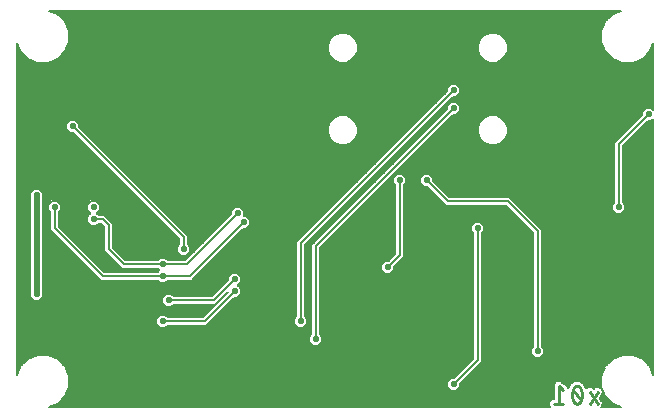
<source format=gbl>
G75*
%MOIN*%
%OFA0B0*%
%FSLAX25Y25*%
%IPPOS*%
%LPD*%
%AMOC8*
5,1,8,0,0,1.08239X$1,22.5*
%
%ADD10C,0.01100*%
%ADD11C,0.00600*%
%ADD12C,0.02200*%
%ADD13C,0.02000*%
D10*
X0243641Y0062550D02*
X0246918Y0062550D01*
X0245280Y0062550D02*
X0245280Y0068450D01*
X0246918Y0067139D01*
X0253072Y0065500D02*
X0253070Y0065362D01*
X0253064Y0065224D01*
X0253054Y0065087D01*
X0253041Y0064950D01*
X0253023Y0064813D01*
X0253002Y0064677D01*
X0252977Y0064541D01*
X0252947Y0064407D01*
X0252915Y0064273D01*
X0252878Y0064140D01*
X0252838Y0064008D01*
X0252793Y0063878D01*
X0252746Y0063748D01*
X0252694Y0063621D01*
X0252639Y0063494D01*
X0252580Y0063369D01*
X0252745Y0063861D02*
X0250122Y0067139D01*
X0250287Y0067630D02*
X0250311Y0067694D01*
X0250338Y0067757D01*
X0250369Y0067818D01*
X0250404Y0067877D01*
X0250441Y0067934D01*
X0250482Y0067989D01*
X0250526Y0068041D01*
X0250573Y0068091D01*
X0250622Y0068138D01*
X0250674Y0068183D01*
X0250729Y0068224D01*
X0250786Y0068262D01*
X0250845Y0068297D01*
X0250905Y0068329D01*
X0250968Y0068357D01*
X0251031Y0068381D01*
X0251097Y0068402D01*
X0251163Y0068419D01*
X0251230Y0068433D01*
X0251297Y0068442D01*
X0251366Y0068448D01*
X0251434Y0068450D01*
X0251502Y0068448D01*
X0251571Y0068442D01*
X0251638Y0068433D01*
X0251705Y0068419D01*
X0251771Y0068402D01*
X0251837Y0068381D01*
X0251900Y0068357D01*
X0251963Y0068329D01*
X0252023Y0068297D01*
X0252082Y0068262D01*
X0252139Y0068224D01*
X0252194Y0068183D01*
X0252246Y0068138D01*
X0252295Y0068091D01*
X0252342Y0068041D01*
X0252386Y0067989D01*
X0252427Y0067934D01*
X0252464Y0067877D01*
X0252499Y0067818D01*
X0252530Y0067757D01*
X0252557Y0067694D01*
X0252581Y0067630D01*
X0250287Y0067631D02*
X0250228Y0067506D01*
X0250173Y0067379D01*
X0250121Y0067252D01*
X0250074Y0067122D01*
X0250029Y0066992D01*
X0249989Y0066860D01*
X0249952Y0066727D01*
X0249920Y0066593D01*
X0249890Y0066459D01*
X0249865Y0066323D01*
X0249844Y0066187D01*
X0249826Y0066050D01*
X0249813Y0065913D01*
X0249803Y0065776D01*
X0249797Y0065638D01*
X0249795Y0065500D01*
X0253072Y0065500D02*
X0253070Y0065638D01*
X0253064Y0065776D01*
X0253054Y0065913D01*
X0253041Y0066050D01*
X0253023Y0066187D01*
X0253002Y0066323D01*
X0252977Y0066459D01*
X0252947Y0066593D01*
X0252915Y0066727D01*
X0252878Y0066860D01*
X0252838Y0066992D01*
X0252793Y0067122D01*
X0252746Y0067252D01*
X0252694Y0067379D01*
X0252639Y0067506D01*
X0252580Y0067631D01*
X0249795Y0065500D02*
X0249797Y0065362D01*
X0249803Y0065224D01*
X0249813Y0065087D01*
X0249826Y0064950D01*
X0249844Y0064813D01*
X0249865Y0064677D01*
X0249890Y0064541D01*
X0249920Y0064407D01*
X0249952Y0064273D01*
X0249989Y0064140D01*
X0250029Y0064008D01*
X0250074Y0063878D01*
X0250121Y0063748D01*
X0250173Y0063621D01*
X0250228Y0063494D01*
X0250287Y0063369D01*
X0251434Y0062550D02*
X0251502Y0062552D01*
X0251571Y0062558D01*
X0251638Y0062567D01*
X0251705Y0062581D01*
X0251771Y0062598D01*
X0251837Y0062619D01*
X0251900Y0062643D01*
X0251963Y0062671D01*
X0252023Y0062703D01*
X0252082Y0062738D01*
X0252139Y0062776D01*
X0252194Y0062817D01*
X0252246Y0062862D01*
X0252295Y0062909D01*
X0252342Y0062959D01*
X0252386Y0063011D01*
X0252427Y0063066D01*
X0252464Y0063123D01*
X0252499Y0063182D01*
X0252530Y0063243D01*
X0252557Y0063306D01*
X0252581Y0063370D01*
X0251434Y0062550D02*
X0251366Y0062552D01*
X0251297Y0062558D01*
X0251230Y0062567D01*
X0251163Y0062581D01*
X0251097Y0062598D01*
X0251031Y0062619D01*
X0250968Y0062643D01*
X0250905Y0062671D01*
X0250845Y0062703D01*
X0250786Y0062738D01*
X0250729Y0062776D01*
X0250674Y0062817D01*
X0250622Y0062862D01*
X0250573Y0062909D01*
X0250526Y0062959D01*
X0250482Y0063011D01*
X0250441Y0063066D01*
X0250404Y0063123D01*
X0250369Y0063182D01*
X0250338Y0063243D01*
X0250311Y0063306D01*
X0250287Y0063370D01*
X0255661Y0062550D02*
X0258283Y0066483D01*
X0255661Y0066483D02*
X0258283Y0062550D01*
D11*
X0078318Y0062540D02*
X0075567Y0061400D01*
X0242457Y0061400D01*
X0241991Y0061867D01*
X0241991Y0063233D01*
X0242957Y0064200D01*
X0243630Y0064200D01*
X0243630Y0068359D01*
X0243564Y0068947D01*
X0243630Y0069029D01*
X0243630Y0069133D01*
X0244048Y0069552D01*
X0244418Y0070014D01*
X0244522Y0070026D01*
X0244596Y0070100D01*
X0245188Y0070100D01*
X0245777Y0070165D01*
X0245858Y0070100D01*
X0245963Y0070100D01*
X0246382Y0069681D01*
X0248483Y0068000D01*
X0248510Y0067753D01*
X0248537Y0067806D01*
X0248558Y0068000D01*
X0248678Y0068096D01*
X0248759Y0068262D01*
X0249023Y0069034D01*
X0249023Y0069034D01*
X0249023Y0069034D01*
X0250516Y0070100D01*
X0252351Y0070100D01*
X0253844Y0069034D01*
X0253844Y0069034D01*
X0254109Y0068262D01*
X0254414Y0067635D01*
X0255315Y0068235D01*
X0256655Y0067967D01*
X0256972Y0067491D01*
X0257290Y0067967D01*
X0258630Y0068235D01*
X0259767Y0067477D01*
X0260035Y0066137D01*
X0258955Y0064517D01*
X0260035Y0062897D01*
X0259767Y0061556D01*
X0259533Y0061400D01*
X0266100Y0061400D01*
X0263349Y0062540D01*
X0263349Y0062540D01*
X0260873Y0065015D01*
X0260873Y0065015D01*
X0259533Y0068250D01*
X0259533Y0071750D01*
X0260873Y0074985D01*
X0260873Y0074985D01*
X0263349Y0077460D01*
X0263349Y0077460D01*
X0266583Y0078800D01*
X0270084Y0078800D01*
X0273318Y0077460D01*
X0273318Y0077460D01*
X0275794Y0074985D01*
X0275794Y0074985D01*
X0276933Y0072233D01*
X0276933Y0157489D01*
X0276245Y0156800D01*
X0275113Y0156800D01*
X0266733Y0148420D01*
X0266733Y0129711D01*
X0267533Y0128911D01*
X0267533Y0127089D01*
X0266245Y0125800D01*
X0264422Y0125800D01*
X0263133Y0127089D01*
X0263133Y0128911D01*
X0263933Y0129711D01*
X0263933Y0149580D01*
X0264753Y0150400D01*
X0273133Y0158780D01*
X0273133Y0159911D01*
X0274422Y0161200D01*
X0276245Y0161200D01*
X0276933Y0160511D01*
X0276933Y0182767D01*
X0275794Y0180015D01*
X0275794Y0180015D01*
X0273318Y0177540D01*
X0273318Y0177540D01*
X0270084Y0176200D01*
X0266583Y0176200D01*
X0263349Y0177540D01*
X0263349Y0177540D01*
X0260873Y0180015D01*
X0260873Y0180015D01*
X0259533Y0183250D01*
X0259533Y0186750D01*
X0260873Y0189985D01*
X0260873Y0189985D01*
X0263349Y0192460D01*
X0266100Y0193600D01*
X0075567Y0193600D01*
X0078318Y0192460D01*
X0078318Y0192460D01*
X0080794Y0189985D01*
X0080794Y0189985D01*
X0082133Y0186750D01*
X0082133Y0183250D01*
X0080794Y0180015D01*
X0080794Y0180015D01*
X0078318Y0177540D01*
X0078318Y0177540D01*
X0075084Y0176200D01*
X0075084Y0176200D01*
X0073955Y0176200D01*
X0071583Y0176200D01*
X0068349Y0177540D01*
X0068349Y0177540D01*
X0065873Y0180015D01*
X0065873Y0180015D01*
X0064733Y0182767D01*
X0064733Y0072233D01*
X0065873Y0074985D01*
X0065873Y0074985D01*
X0068349Y0077460D01*
X0068349Y0077460D01*
X0071583Y0078800D01*
X0075084Y0078800D01*
X0078318Y0077460D01*
X0078318Y0077460D01*
X0080794Y0074985D01*
X0080794Y0074985D01*
X0082133Y0071750D01*
X0082133Y0068250D01*
X0080794Y0065015D01*
X0080794Y0065015D01*
X0078318Y0062540D01*
X0078318Y0062540D01*
X0077966Y0062394D02*
X0241991Y0062394D01*
X0241991Y0062993D02*
X0078771Y0062993D01*
X0079369Y0063591D02*
X0242348Y0063591D01*
X0242947Y0064190D02*
X0079968Y0064190D01*
X0080566Y0064788D02*
X0243630Y0064788D01*
X0243630Y0065387D02*
X0080947Y0065387D01*
X0081195Y0065985D02*
X0243630Y0065985D01*
X0243630Y0066584D02*
X0081443Y0066584D01*
X0081691Y0067182D02*
X0209040Y0067182D01*
X0209422Y0066800D02*
X0211245Y0066800D01*
X0212533Y0068089D01*
X0212533Y0069220D01*
X0218913Y0075600D01*
X0218913Y0075600D01*
X0219733Y0076420D01*
X0219733Y0119289D01*
X0220533Y0120089D01*
X0220533Y0121911D01*
X0219245Y0123200D01*
X0217422Y0123200D01*
X0216133Y0121911D01*
X0216133Y0120089D01*
X0216933Y0119289D01*
X0216933Y0077580D01*
X0210553Y0071200D01*
X0209422Y0071200D01*
X0208133Y0069911D01*
X0208133Y0068089D01*
X0209422Y0066800D01*
X0208441Y0067781D02*
X0081939Y0067781D01*
X0082133Y0068379D02*
X0208133Y0068379D01*
X0208133Y0068978D02*
X0082133Y0068978D01*
X0082133Y0069576D02*
X0208133Y0069576D01*
X0208397Y0070175D02*
X0082133Y0070175D01*
X0082133Y0070773D02*
X0208995Y0070773D01*
X0210725Y0071372D02*
X0082133Y0071372D01*
X0082042Y0071970D02*
X0211324Y0071970D01*
X0211922Y0072569D02*
X0081794Y0072569D01*
X0081546Y0073167D02*
X0212521Y0073167D01*
X0213119Y0073766D02*
X0081299Y0073766D01*
X0081051Y0074364D02*
X0213718Y0074364D01*
X0214316Y0074963D02*
X0080803Y0074963D01*
X0080217Y0075561D02*
X0214915Y0075561D01*
X0215513Y0076160D02*
X0079619Y0076160D01*
X0079020Y0076758D02*
X0216112Y0076758D01*
X0216710Y0077357D02*
X0078422Y0077357D01*
X0077123Y0077955D02*
X0216933Y0077955D01*
X0216933Y0078554D02*
X0075678Y0078554D01*
X0070989Y0078554D02*
X0064733Y0078554D01*
X0064733Y0079152D02*
X0216933Y0079152D01*
X0216933Y0079751D02*
X0064733Y0079751D01*
X0064733Y0080349D02*
X0216933Y0080349D01*
X0216933Y0080948D02*
X0064733Y0080948D01*
X0064733Y0081546D02*
X0216933Y0081546D01*
X0216933Y0082145D02*
X0165590Y0082145D01*
X0165245Y0081800D02*
X0166533Y0083089D01*
X0166533Y0084911D01*
X0165733Y0085711D01*
X0165733Y0114420D01*
X0210113Y0158800D01*
X0211245Y0158800D01*
X0212533Y0160089D01*
X0212533Y0161911D01*
X0211245Y0163200D01*
X0209422Y0163200D01*
X0208133Y0161911D01*
X0208133Y0160780D01*
X0163753Y0116400D01*
X0162933Y0115580D01*
X0162933Y0085711D01*
X0162133Y0084911D01*
X0162133Y0083089D01*
X0163422Y0081800D01*
X0165245Y0081800D01*
X0166188Y0082743D02*
X0216933Y0082743D01*
X0216933Y0083342D02*
X0166533Y0083342D01*
X0166533Y0083940D02*
X0216933Y0083940D01*
X0216933Y0084539D02*
X0166533Y0084539D01*
X0166307Y0085137D02*
X0216933Y0085137D01*
X0216933Y0085736D02*
X0165733Y0085736D01*
X0165733Y0086334D02*
X0216933Y0086334D01*
X0216933Y0086933D02*
X0165733Y0086933D01*
X0165733Y0087532D02*
X0216933Y0087532D01*
X0216933Y0088130D02*
X0165733Y0088130D01*
X0165733Y0088729D02*
X0216933Y0088729D01*
X0216933Y0089327D02*
X0165733Y0089327D01*
X0165733Y0089926D02*
X0216933Y0089926D01*
X0216933Y0090524D02*
X0165733Y0090524D01*
X0165733Y0091123D02*
X0216933Y0091123D01*
X0216933Y0091721D02*
X0165733Y0091721D01*
X0165733Y0092320D02*
X0216933Y0092320D01*
X0216933Y0092918D02*
X0165733Y0092918D01*
X0165733Y0093517D02*
X0216933Y0093517D01*
X0216933Y0094115D02*
X0165733Y0094115D01*
X0165733Y0094714D02*
X0216933Y0094714D01*
X0216933Y0095312D02*
X0165733Y0095312D01*
X0165733Y0095911D02*
X0216933Y0095911D01*
X0216933Y0096509D02*
X0165733Y0096509D01*
X0165733Y0097108D02*
X0216933Y0097108D01*
X0216933Y0097706D02*
X0165733Y0097706D01*
X0165733Y0098305D02*
X0216933Y0098305D01*
X0216933Y0098903D02*
X0165733Y0098903D01*
X0165733Y0099502D02*
X0216933Y0099502D01*
X0216933Y0100100D02*
X0165733Y0100100D01*
X0165733Y0100699D02*
X0216933Y0100699D01*
X0216933Y0101297D02*
X0165733Y0101297D01*
X0165733Y0101896D02*
X0216933Y0101896D01*
X0216933Y0102494D02*
X0165733Y0102494D01*
X0165733Y0103093D02*
X0216933Y0103093D01*
X0216933Y0103691D02*
X0165733Y0103691D01*
X0165733Y0104290D02*
X0216933Y0104290D01*
X0216933Y0104888D02*
X0165733Y0104888D01*
X0165733Y0105487D02*
X0216933Y0105487D01*
X0216933Y0106085D02*
X0189530Y0106085D01*
X0189245Y0105800D02*
X0190533Y0107089D01*
X0190533Y0108220D01*
X0193733Y0111420D01*
X0193733Y0135289D01*
X0194533Y0136089D01*
X0194533Y0137911D01*
X0193245Y0139200D01*
X0191422Y0139200D01*
X0190133Y0137911D01*
X0190133Y0136089D01*
X0190933Y0135289D01*
X0190933Y0112580D01*
X0188553Y0110200D01*
X0187422Y0110200D01*
X0186133Y0108911D01*
X0186133Y0107089D01*
X0187422Y0105800D01*
X0189245Y0105800D01*
X0190128Y0106684D02*
X0216933Y0106684D01*
X0216933Y0107282D02*
X0190533Y0107282D01*
X0190533Y0107881D02*
X0216933Y0107881D01*
X0216933Y0108479D02*
X0190793Y0108479D01*
X0191391Y0109078D02*
X0216933Y0109078D01*
X0216933Y0109676D02*
X0191990Y0109676D01*
X0192588Y0110275D02*
X0216933Y0110275D01*
X0216933Y0110873D02*
X0193187Y0110873D01*
X0193733Y0111472D02*
X0216933Y0111472D01*
X0216933Y0112070D02*
X0193733Y0112070D01*
X0193733Y0112669D02*
X0216933Y0112669D01*
X0216933Y0113268D02*
X0193733Y0113268D01*
X0193733Y0113866D02*
X0216933Y0113866D01*
X0216933Y0114465D02*
X0193733Y0114465D01*
X0193733Y0115063D02*
X0216933Y0115063D01*
X0216933Y0115662D02*
X0193733Y0115662D01*
X0193733Y0116260D02*
X0216933Y0116260D01*
X0216933Y0116859D02*
X0193733Y0116859D01*
X0193733Y0117457D02*
X0216933Y0117457D01*
X0216933Y0118056D02*
X0193733Y0118056D01*
X0193733Y0118654D02*
X0216933Y0118654D01*
X0216933Y0119253D02*
X0193733Y0119253D01*
X0193733Y0119851D02*
X0216371Y0119851D01*
X0216133Y0120450D02*
X0193733Y0120450D01*
X0193733Y0121048D02*
X0216133Y0121048D01*
X0216133Y0121647D02*
X0193733Y0121647D01*
X0193733Y0122245D02*
X0216467Y0122245D01*
X0217066Y0122844D02*
X0193733Y0122844D01*
X0193733Y0123442D02*
X0232911Y0123442D01*
X0232313Y0124041D02*
X0193733Y0124041D01*
X0193733Y0124639D02*
X0231714Y0124639D01*
X0231116Y0125238D02*
X0193733Y0125238D01*
X0193733Y0125836D02*
X0230517Y0125836D01*
X0229919Y0126435D02*
X0193733Y0126435D01*
X0193733Y0127033D02*
X0229320Y0127033D01*
X0228722Y0127632D02*
X0193733Y0127632D01*
X0193733Y0128230D02*
X0228123Y0128230D01*
X0227753Y0128600D02*
X0236933Y0119420D01*
X0236933Y0081711D01*
X0236133Y0080911D01*
X0236133Y0079089D01*
X0237422Y0077800D01*
X0239245Y0077800D01*
X0240533Y0079089D01*
X0240533Y0080911D01*
X0239733Y0081711D01*
X0239733Y0120580D01*
X0238913Y0121400D01*
X0228913Y0131400D01*
X0208913Y0131400D01*
X0203533Y0136780D01*
X0203533Y0137911D01*
X0202245Y0139200D01*
X0200422Y0139200D01*
X0199133Y0137911D01*
X0199133Y0136089D01*
X0200422Y0134800D01*
X0201553Y0134800D01*
X0206933Y0129420D01*
X0207753Y0128600D01*
X0227753Y0128600D01*
X0228333Y0130000D02*
X0238333Y0120000D01*
X0238333Y0080000D01*
X0236768Y0081546D02*
X0219733Y0081546D01*
X0219733Y0080948D02*
X0236170Y0080948D01*
X0236133Y0080349D02*
X0219733Y0080349D01*
X0219733Y0079751D02*
X0236133Y0079751D01*
X0236133Y0079152D02*
X0219733Y0079152D01*
X0219733Y0078554D02*
X0236668Y0078554D01*
X0237267Y0077955D02*
X0219733Y0077955D01*
X0219733Y0077357D02*
X0263245Y0077357D01*
X0262647Y0076758D02*
X0219733Y0076758D01*
X0219473Y0076160D02*
X0262048Y0076160D01*
X0261450Y0075561D02*
X0218875Y0075561D01*
X0218276Y0074963D02*
X0260864Y0074963D01*
X0260616Y0074364D02*
X0217677Y0074364D01*
X0217079Y0073766D02*
X0260368Y0073766D01*
X0260120Y0073167D02*
X0216480Y0073167D01*
X0215882Y0072569D02*
X0259872Y0072569D01*
X0259624Y0071970D02*
X0215283Y0071970D01*
X0214685Y0071372D02*
X0259533Y0071372D01*
X0259533Y0070773D02*
X0214086Y0070773D01*
X0213488Y0070175D02*
X0259533Y0070175D01*
X0259533Y0069576D02*
X0253084Y0069576D01*
X0253863Y0068978D02*
X0259533Y0068978D01*
X0259533Y0068379D02*
X0254068Y0068379D01*
X0254343Y0067781D02*
X0254633Y0067781D01*
X0256779Y0067781D02*
X0257165Y0067781D01*
X0259312Y0067781D02*
X0259728Y0067781D01*
X0259826Y0067182D02*
X0259975Y0067182D01*
X0259946Y0066584D02*
X0260223Y0066584D01*
X0260471Y0065985D02*
X0259934Y0065985D01*
X0259535Y0065387D02*
X0260719Y0065387D01*
X0261100Y0064788D02*
X0259136Y0064788D01*
X0259173Y0064190D02*
X0261699Y0064190D01*
X0262297Y0063591D02*
X0259572Y0063591D01*
X0259971Y0062993D02*
X0262896Y0062993D01*
X0263700Y0062394D02*
X0259935Y0062394D01*
X0259815Y0061796D02*
X0265145Y0061796D01*
X0249783Y0069576D02*
X0246513Y0069576D01*
X0247261Y0068978D02*
X0249004Y0068978D01*
X0248799Y0068379D02*
X0248009Y0068379D01*
X0248507Y0067781D02*
X0248524Y0067781D01*
X0244068Y0069576D02*
X0212889Y0069576D01*
X0212533Y0068978D02*
X0243589Y0068978D01*
X0243627Y0068379D02*
X0212533Y0068379D01*
X0212225Y0067781D02*
X0243630Y0067781D01*
X0243630Y0067182D02*
X0211627Y0067182D01*
X0210333Y0069000D02*
X0218333Y0077000D01*
X0218333Y0121000D01*
X0220533Y0121048D02*
X0235305Y0121048D01*
X0234707Y0121647D02*
X0220533Y0121647D01*
X0220199Y0122245D02*
X0234108Y0122245D01*
X0233510Y0122844D02*
X0219601Y0122844D01*
X0220533Y0120450D02*
X0235904Y0120450D01*
X0236502Y0119851D02*
X0220296Y0119851D01*
X0219733Y0119253D02*
X0236933Y0119253D01*
X0236933Y0118654D02*
X0219733Y0118654D01*
X0219733Y0118056D02*
X0236933Y0118056D01*
X0236933Y0117457D02*
X0219733Y0117457D01*
X0219733Y0116859D02*
X0236933Y0116859D01*
X0236933Y0116260D02*
X0219733Y0116260D01*
X0219733Y0115662D02*
X0236933Y0115662D01*
X0236933Y0115063D02*
X0219733Y0115063D01*
X0219733Y0114465D02*
X0236933Y0114465D01*
X0236933Y0113866D02*
X0219733Y0113866D01*
X0219733Y0113268D02*
X0236933Y0113268D01*
X0236933Y0112669D02*
X0219733Y0112669D01*
X0219733Y0112070D02*
X0236933Y0112070D01*
X0236933Y0111472D02*
X0219733Y0111472D01*
X0219733Y0110873D02*
X0236933Y0110873D01*
X0236933Y0110275D02*
X0219733Y0110275D01*
X0219733Y0109676D02*
X0236933Y0109676D01*
X0236933Y0109078D02*
X0219733Y0109078D01*
X0219733Y0108479D02*
X0236933Y0108479D01*
X0236933Y0107881D02*
X0219733Y0107881D01*
X0219733Y0107282D02*
X0236933Y0107282D01*
X0236933Y0106684D02*
X0219733Y0106684D01*
X0219733Y0106085D02*
X0236933Y0106085D01*
X0236933Y0105487D02*
X0219733Y0105487D01*
X0219733Y0104888D02*
X0236933Y0104888D01*
X0236933Y0104290D02*
X0219733Y0104290D01*
X0219733Y0103691D02*
X0236933Y0103691D01*
X0236933Y0103093D02*
X0219733Y0103093D01*
X0219733Y0102494D02*
X0236933Y0102494D01*
X0236933Y0101896D02*
X0219733Y0101896D01*
X0219733Y0101297D02*
X0236933Y0101297D01*
X0236933Y0100699D02*
X0219733Y0100699D01*
X0219733Y0100100D02*
X0236933Y0100100D01*
X0236933Y0099502D02*
X0219733Y0099502D01*
X0219733Y0098903D02*
X0236933Y0098903D01*
X0236933Y0098305D02*
X0219733Y0098305D01*
X0219733Y0097706D02*
X0236933Y0097706D01*
X0236933Y0097108D02*
X0219733Y0097108D01*
X0219733Y0096509D02*
X0236933Y0096509D01*
X0236933Y0095911D02*
X0219733Y0095911D01*
X0219733Y0095312D02*
X0236933Y0095312D01*
X0236933Y0094714D02*
X0219733Y0094714D01*
X0219733Y0094115D02*
X0236933Y0094115D01*
X0236933Y0093517D02*
X0219733Y0093517D01*
X0219733Y0092918D02*
X0236933Y0092918D01*
X0236933Y0092320D02*
X0219733Y0092320D01*
X0219733Y0091721D02*
X0236933Y0091721D01*
X0236933Y0091123D02*
X0219733Y0091123D01*
X0219733Y0090524D02*
X0236933Y0090524D01*
X0236933Y0089926D02*
X0219733Y0089926D01*
X0219733Y0089327D02*
X0236933Y0089327D01*
X0236933Y0088729D02*
X0219733Y0088729D01*
X0219733Y0088130D02*
X0236933Y0088130D01*
X0236933Y0087532D02*
X0219733Y0087532D01*
X0219733Y0086933D02*
X0236933Y0086933D01*
X0236933Y0086334D02*
X0219733Y0086334D01*
X0219733Y0085736D02*
X0236933Y0085736D01*
X0236933Y0085137D02*
X0219733Y0085137D01*
X0219733Y0084539D02*
X0236933Y0084539D01*
X0236933Y0083940D02*
X0219733Y0083940D01*
X0219733Y0083342D02*
X0236933Y0083342D01*
X0236933Y0082743D02*
X0219733Y0082743D01*
X0219733Y0082145D02*
X0236933Y0082145D01*
X0239733Y0082145D02*
X0276933Y0082145D01*
X0276933Y0082743D02*
X0239733Y0082743D01*
X0239733Y0083342D02*
X0276933Y0083342D01*
X0276933Y0083940D02*
X0239733Y0083940D01*
X0239733Y0084539D02*
X0276933Y0084539D01*
X0276933Y0085137D02*
X0239733Y0085137D01*
X0239733Y0085736D02*
X0276933Y0085736D01*
X0276933Y0086334D02*
X0239733Y0086334D01*
X0239733Y0086933D02*
X0276933Y0086933D01*
X0276933Y0087532D02*
X0239733Y0087532D01*
X0239733Y0088130D02*
X0276933Y0088130D01*
X0276933Y0088729D02*
X0239733Y0088729D01*
X0239733Y0089327D02*
X0276933Y0089327D01*
X0276933Y0089926D02*
X0239733Y0089926D01*
X0239733Y0090524D02*
X0276933Y0090524D01*
X0276933Y0091123D02*
X0239733Y0091123D01*
X0239733Y0091721D02*
X0276933Y0091721D01*
X0276933Y0092320D02*
X0239733Y0092320D01*
X0239733Y0092918D02*
X0276933Y0092918D01*
X0276933Y0093517D02*
X0239733Y0093517D01*
X0239733Y0094115D02*
X0276933Y0094115D01*
X0276933Y0094714D02*
X0239733Y0094714D01*
X0239733Y0095312D02*
X0276933Y0095312D01*
X0276933Y0095911D02*
X0239733Y0095911D01*
X0239733Y0096509D02*
X0276933Y0096509D01*
X0276933Y0097108D02*
X0239733Y0097108D01*
X0239733Y0097706D02*
X0276933Y0097706D01*
X0276933Y0098305D02*
X0239733Y0098305D01*
X0239733Y0098903D02*
X0276933Y0098903D01*
X0276933Y0099502D02*
X0239733Y0099502D01*
X0239733Y0100100D02*
X0276933Y0100100D01*
X0276933Y0100699D02*
X0239733Y0100699D01*
X0239733Y0101297D02*
X0276933Y0101297D01*
X0276933Y0101896D02*
X0239733Y0101896D01*
X0239733Y0102494D02*
X0276933Y0102494D01*
X0276933Y0103093D02*
X0239733Y0103093D01*
X0239733Y0103691D02*
X0276933Y0103691D01*
X0276933Y0104290D02*
X0239733Y0104290D01*
X0239733Y0104888D02*
X0276933Y0104888D01*
X0276933Y0105487D02*
X0239733Y0105487D01*
X0239733Y0106085D02*
X0276933Y0106085D01*
X0276933Y0106684D02*
X0239733Y0106684D01*
X0239733Y0107282D02*
X0276933Y0107282D01*
X0276933Y0107881D02*
X0239733Y0107881D01*
X0239733Y0108479D02*
X0276933Y0108479D01*
X0276933Y0109078D02*
X0239733Y0109078D01*
X0239733Y0109676D02*
X0276933Y0109676D01*
X0276933Y0110275D02*
X0239733Y0110275D01*
X0239733Y0110873D02*
X0276933Y0110873D01*
X0276933Y0111472D02*
X0239733Y0111472D01*
X0239733Y0112070D02*
X0276933Y0112070D01*
X0276933Y0112669D02*
X0239733Y0112669D01*
X0239733Y0113268D02*
X0276933Y0113268D01*
X0276933Y0113866D02*
X0239733Y0113866D01*
X0239733Y0114465D02*
X0276933Y0114465D01*
X0276933Y0115063D02*
X0239733Y0115063D01*
X0239733Y0115662D02*
X0276933Y0115662D01*
X0276933Y0116260D02*
X0239733Y0116260D01*
X0239733Y0116859D02*
X0276933Y0116859D01*
X0276933Y0117457D02*
X0239733Y0117457D01*
X0239733Y0118056D02*
X0276933Y0118056D01*
X0276933Y0118654D02*
X0239733Y0118654D01*
X0239733Y0119253D02*
X0276933Y0119253D01*
X0276933Y0119851D02*
X0239733Y0119851D01*
X0239733Y0120450D02*
X0276933Y0120450D01*
X0276933Y0121048D02*
X0239265Y0121048D01*
X0238667Y0121647D02*
X0276933Y0121647D01*
X0276933Y0122245D02*
X0238068Y0122245D01*
X0237470Y0122844D02*
X0276933Y0122844D01*
X0276933Y0123442D02*
X0236871Y0123442D01*
X0236273Y0124041D02*
X0276933Y0124041D01*
X0276933Y0124639D02*
X0235674Y0124639D01*
X0235075Y0125238D02*
X0276933Y0125238D01*
X0276933Y0125836D02*
X0266281Y0125836D01*
X0266879Y0126435D02*
X0276933Y0126435D01*
X0276933Y0127033D02*
X0267478Y0127033D01*
X0267533Y0127632D02*
X0276933Y0127632D01*
X0276933Y0128230D02*
X0267533Y0128230D01*
X0267533Y0128829D02*
X0276933Y0128829D01*
X0276933Y0129427D02*
X0267017Y0129427D01*
X0266733Y0130026D02*
X0276933Y0130026D01*
X0276933Y0130624D02*
X0266733Y0130624D01*
X0266733Y0131223D02*
X0276933Y0131223D01*
X0276933Y0131821D02*
X0266733Y0131821D01*
X0266733Y0132420D02*
X0276933Y0132420D01*
X0276933Y0133018D02*
X0266733Y0133018D01*
X0266733Y0133617D02*
X0276933Y0133617D01*
X0276933Y0134215D02*
X0266733Y0134215D01*
X0266733Y0134814D02*
X0276933Y0134814D01*
X0276933Y0135412D02*
X0266733Y0135412D01*
X0266733Y0136011D02*
X0276933Y0136011D01*
X0276933Y0136609D02*
X0266733Y0136609D01*
X0266733Y0137208D02*
X0276933Y0137208D01*
X0276933Y0137806D02*
X0266733Y0137806D01*
X0266733Y0138405D02*
X0276933Y0138405D01*
X0276933Y0139003D02*
X0266733Y0139003D01*
X0266733Y0139602D02*
X0276933Y0139602D01*
X0276933Y0140201D02*
X0266733Y0140201D01*
X0266733Y0140799D02*
X0276933Y0140799D01*
X0276933Y0141398D02*
X0266733Y0141398D01*
X0266733Y0141996D02*
X0276933Y0141996D01*
X0276933Y0142595D02*
X0266733Y0142595D01*
X0266733Y0143193D02*
X0276933Y0143193D01*
X0276933Y0143792D02*
X0266733Y0143792D01*
X0266733Y0144390D02*
X0276933Y0144390D01*
X0276933Y0144989D02*
X0266733Y0144989D01*
X0266733Y0145587D02*
X0276933Y0145587D01*
X0276933Y0146186D02*
X0266733Y0146186D01*
X0266733Y0146784D02*
X0276933Y0146784D01*
X0276933Y0147383D02*
X0266733Y0147383D01*
X0266733Y0147981D02*
X0276933Y0147981D01*
X0276933Y0148580D02*
X0266893Y0148580D01*
X0267491Y0149178D02*
X0276933Y0149178D01*
X0276933Y0149777D02*
X0268090Y0149777D01*
X0268688Y0150375D02*
X0276933Y0150375D01*
X0276933Y0150974D02*
X0269287Y0150974D01*
X0269885Y0151572D02*
X0276933Y0151572D01*
X0276933Y0152171D02*
X0270484Y0152171D01*
X0271082Y0152769D02*
X0276933Y0152769D01*
X0276933Y0153368D02*
X0271681Y0153368D01*
X0272280Y0153966D02*
X0276933Y0153966D01*
X0276933Y0154565D02*
X0272878Y0154565D01*
X0273477Y0155163D02*
X0276933Y0155163D01*
X0276933Y0155762D02*
X0274075Y0155762D01*
X0274674Y0156360D02*
X0276933Y0156360D01*
X0276933Y0156959D02*
X0276403Y0156959D01*
X0275333Y0159000D02*
X0265333Y0149000D01*
X0265333Y0128000D01*
X0263787Y0126435D02*
X0233878Y0126435D01*
X0233280Y0127033D02*
X0263189Y0127033D01*
X0263133Y0127632D02*
X0232681Y0127632D01*
X0232083Y0128230D02*
X0263133Y0128230D01*
X0263133Y0128829D02*
X0231484Y0128829D01*
X0230886Y0129427D02*
X0263649Y0129427D01*
X0263933Y0130026D02*
X0230287Y0130026D01*
X0229689Y0130624D02*
X0263933Y0130624D01*
X0263933Y0131223D02*
X0229090Y0131223D01*
X0228333Y0130000D02*
X0208333Y0130000D01*
X0201333Y0137000D01*
X0199810Y0135412D02*
X0193857Y0135412D01*
X0193733Y0134814D02*
X0200408Y0134814D01*
X0199211Y0136011D02*
X0194456Y0136011D01*
X0194533Y0136609D02*
X0199133Y0136609D01*
X0199133Y0137208D02*
X0194533Y0137208D01*
X0194533Y0137806D02*
X0199133Y0137806D01*
X0199627Y0138405D02*
X0194040Y0138405D01*
X0193441Y0139003D02*
X0200226Y0139003D01*
X0202441Y0139003D02*
X0263933Y0139003D01*
X0263933Y0138405D02*
X0203040Y0138405D01*
X0203533Y0137806D02*
X0263933Y0137806D01*
X0263933Y0137208D02*
X0203533Y0137208D01*
X0203704Y0136609D02*
X0263933Y0136609D01*
X0263933Y0136011D02*
X0204302Y0136011D01*
X0204901Y0135412D02*
X0263933Y0135412D01*
X0263933Y0134814D02*
X0205499Y0134814D01*
X0206098Y0134215D02*
X0263933Y0134215D01*
X0263933Y0133617D02*
X0206696Y0133617D01*
X0207295Y0133018D02*
X0263933Y0133018D01*
X0263933Y0132420D02*
X0207893Y0132420D01*
X0208492Y0131821D02*
X0263933Y0131821D01*
X0264386Y0125836D02*
X0234477Y0125836D01*
X0207525Y0128829D02*
X0193733Y0128829D01*
X0193733Y0129427D02*
X0206926Y0129427D01*
X0206328Y0130026D02*
X0193733Y0130026D01*
X0193733Y0130624D02*
X0205729Y0130624D01*
X0205131Y0131223D02*
X0193733Y0131223D01*
X0193733Y0131821D02*
X0204532Y0131821D01*
X0203934Y0132420D02*
X0193733Y0132420D01*
X0193733Y0133018D02*
X0203335Y0133018D01*
X0202737Y0133617D02*
X0193733Y0133617D01*
X0193733Y0134215D02*
X0202138Y0134215D01*
X0192333Y0137000D02*
X0192333Y0112000D01*
X0188333Y0108000D01*
X0186133Y0107881D02*
X0165733Y0107881D01*
X0165733Y0108479D02*
X0186133Y0108479D01*
X0186300Y0109078D02*
X0165733Y0109078D01*
X0165733Y0109676D02*
X0186898Y0109676D01*
X0188628Y0110275D02*
X0165733Y0110275D01*
X0165733Y0110873D02*
X0189227Y0110873D01*
X0189825Y0111472D02*
X0165733Y0111472D01*
X0165733Y0112070D02*
X0190424Y0112070D01*
X0190933Y0112669D02*
X0165733Y0112669D01*
X0165733Y0113268D02*
X0190933Y0113268D01*
X0190933Y0113866D02*
X0165733Y0113866D01*
X0165778Y0114465D02*
X0190933Y0114465D01*
X0190933Y0115063D02*
X0166376Y0115063D01*
X0166975Y0115662D02*
X0190933Y0115662D01*
X0190933Y0116260D02*
X0167573Y0116260D01*
X0168172Y0116859D02*
X0190933Y0116859D01*
X0190933Y0117457D02*
X0168770Y0117457D01*
X0169369Y0118056D02*
X0190933Y0118056D01*
X0190933Y0118654D02*
X0169967Y0118654D01*
X0170566Y0119253D02*
X0190933Y0119253D01*
X0190933Y0119851D02*
X0171164Y0119851D01*
X0171763Y0120450D02*
X0190933Y0120450D01*
X0190933Y0121048D02*
X0172361Y0121048D01*
X0172960Y0121647D02*
X0190933Y0121647D01*
X0190933Y0122245D02*
X0173558Y0122245D01*
X0174157Y0122844D02*
X0190933Y0122844D01*
X0190933Y0123442D02*
X0174755Y0123442D01*
X0175354Y0124041D02*
X0190933Y0124041D01*
X0190933Y0124639D02*
X0175952Y0124639D01*
X0176551Y0125238D02*
X0190933Y0125238D01*
X0190933Y0125836D02*
X0177149Y0125836D01*
X0177748Y0126435D02*
X0190933Y0126435D01*
X0190933Y0127033D02*
X0178346Y0127033D01*
X0178945Y0127632D02*
X0190933Y0127632D01*
X0190933Y0128230D02*
X0179544Y0128230D01*
X0180142Y0128829D02*
X0190933Y0128829D01*
X0190933Y0129427D02*
X0180741Y0129427D01*
X0181339Y0130026D02*
X0190933Y0130026D01*
X0190933Y0130624D02*
X0181938Y0130624D01*
X0182536Y0131223D02*
X0190933Y0131223D01*
X0190933Y0131821D02*
X0183135Y0131821D01*
X0183733Y0132420D02*
X0190933Y0132420D01*
X0190933Y0133018D02*
X0184332Y0133018D01*
X0184930Y0133617D02*
X0190933Y0133617D01*
X0190933Y0134215D02*
X0185529Y0134215D01*
X0186127Y0134814D02*
X0190933Y0134814D01*
X0190810Y0135412D02*
X0186726Y0135412D01*
X0187324Y0136011D02*
X0190211Y0136011D01*
X0190133Y0136609D02*
X0187923Y0136609D01*
X0188521Y0137208D02*
X0190133Y0137208D01*
X0190133Y0137806D02*
X0189120Y0137806D01*
X0189718Y0138405D02*
X0190627Y0138405D01*
X0190317Y0139003D02*
X0191226Y0139003D01*
X0190915Y0139602D02*
X0263933Y0139602D01*
X0263933Y0140201D02*
X0191514Y0140201D01*
X0192112Y0140799D02*
X0263933Y0140799D01*
X0263933Y0141398D02*
X0192711Y0141398D01*
X0193309Y0141996D02*
X0263933Y0141996D01*
X0263933Y0142595D02*
X0193908Y0142595D01*
X0194506Y0143193D02*
X0263933Y0143193D01*
X0263933Y0143792D02*
X0195105Y0143792D01*
X0195703Y0144390D02*
X0263933Y0144390D01*
X0263933Y0144989D02*
X0196302Y0144989D01*
X0196900Y0145587D02*
X0263933Y0145587D01*
X0263933Y0146186D02*
X0197499Y0146186D01*
X0198097Y0146784D02*
X0263933Y0146784D01*
X0263933Y0147383D02*
X0198696Y0147383D01*
X0199294Y0147981D02*
X0263933Y0147981D01*
X0263933Y0148580D02*
X0199893Y0148580D01*
X0200491Y0149178D02*
X0220994Y0149178D01*
X0220480Y0149391D02*
X0222331Y0148624D01*
X0224335Y0148624D01*
X0226187Y0149391D01*
X0227603Y0150808D01*
X0228370Y0152659D01*
X0228370Y0154663D01*
X0227603Y0156515D01*
X0226187Y0157932D01*
X0224335Y0158698D01*
X0222331Y0158698D01*
X0220480Y0157932D01*
X0219063Y0156515D01*
X0218296Y0154663D01*
X0218296Y0152659D01*
X0219063Y0150808D01*
X0220480Y0149391D01*
X0220095Y0149777D02*
X0201090Y0149777D01*
X0201688Y0150375D02*
X0219496Y0150375D01*
X0218995Y0150974D02*
X0202287Y0150974D01*
X0202885Y0151572D02*
X0218747Y0151572D01*
X0218499Y0152171D02*
X0203484Y0152171D01*
X0204082Y0152769D02*
X0218296Y0152769D01*
X0218296Y0153368D02*
X0204681Y0153368D01*
X0205280Y0153966D02*
X0218296Y0153966D01*
X0218296Y0154565D02*
X0205878Y0154565D01*
X0206477Y0155163D02*
X0218503Y0155163D01*
X0218751Y0155762D02*
X0207075Y0155762D01*
X0207674Y0156360D02*
X0218999Y0156360D01*
X0219507Y0156959D02*
X0208272Y0156959D01*
X0208871Y0157557D02*
X0220106Y0157557D01*
X0221022Y0158156D02*
X0209469Y0158156D01*
X0210068Y0158754D02*
X0273108Y0158754D01*
X0273133Y0159353D02*
X0211797Y0159353D01*
X0212396Y0159951D02*
X0273173Y0159951D01*
X0273772Y0160550D02*
X0212533Y0160550D01*
X0212533Y0161148D02*
X0274370Y0161148D01*
X0276296Y0161148D02*
X0276933Y0161148D01*
X0276933Y0160550D02*
X0276895Y0160550D01*
X0276933Y0161747D02*
X0212533Y0161747D01*
X0212099Y0162345D02*
X0276933Y0162345D01*
X0276933Y0162944D02*
X0211501Y0162944D01*
X0211245Y0164800D02*
X0212533Y0166089D01*
X0212533Y0167911D01*
X0211245Y0169200D01*
X0209422Y0169200D01*
X0208133Y0167911D01*
X0208133Y0166780D01*
X0158753Y0117400D01*
X0157933Y0116580D01*
X0157933Y0091711D01*
X0157133Y0090911D01*
X0157133Y0089089D01*
X0158422Y0087800D01*
X0160245Y0087800D01*
X0161533Y0089089D01*
X0161533Y0090911D01*
X0160733Y0091711D01*
X0160733Y0115420D01*
X0210113Y0164800D01*
X0211245Y0164800D01*
X0211783Y0165338D02*
X0276933Y0165338D01*
X0276933Y0165937D02*
X0212381Y0165937D01*
X0212533Y0166535D02*
X0276933Y0166535D01*
X0276933Y0167134D02*
X0212533Y0167134D01*
X0212533Y0167732D02*
X0276933Y0167732D01*
X0276933Y0168331D02*
X0212114Y0168331D01*
X0211516Y0168929D02*
X0276933Y0168929D01*
X0276933Y0169528D02*
X0064733Y0169528D01*
X0064733Y0170126D02*
X0276933Y0170126D01*
X0276933Y0170725D02*
X0064733Y0170725D01*
X0064733Y0171323D02*
X0276933Y0171323D01*
X0276933Y0171922D02*
X0064733Y0171922D01*
X0064733Y0172520D02*
X0276933Y0172520D01*
X0276933Y0173119D02*
X0064733Y0173119D01*
X0064733Y0173717D02*
X0276933Y0173717D01*
X0276933Y0174316D02*
X0064733Y0174316D01*
X0064733Y0174914D02*
X0276933Y0174914D01*
X0276933Y0175513D02*
X0064733Y0175513D01*
X0064733Y0176111D02*
X0276933Y0176111D01*
X0276933Y0176710D02*
X0271314Y0176710D01*
X0272759Y0177308D02*
X0276933Y0177308D01*
X0276933Y0177907D02*
X0273685Y0177907D01*
X0274284Y0178505D02*
X0276933Y0178505D01*
X0276933Y0179104D02*
X0274882Y0179104D01*
X0275481Y0179702D02*
X0276933Y0179702D01*
X0276933Y0180301D02*
X0275912Y0180301D01*
X0276160Y0180899D02*
X0276933Y0180899D01*
X0276933Y0181498D02*
X0276408Y0181498D01*
X0276656Y0182096D02*
X0276933Y0182096D01*
X0276904Y0182695D02*
X0276933Y0182695D01*
X0265352Y0176710D02*
X0225606Y0176710D01*
X0226187Y0176950D02*
X0224335Y0176183D01*
X0222331Y0176183D01*
X0220480Y0176950D01*
X0219063Y0178367D01*
X0218296Y0180219D01*
X0218296Y0182222D01*
X0219063Y0184074D01*
X0220480Y0185491D01*
X0222331Y0186257D01*
X0224335Y0186257D01*
X0226187Y0185491D01*
X0227603Y0184074D01*
X0228370Y0182222D01*
X0228370Y0180219D01*
X0227603Y0178367D01*
X0226187Y0176950D01*
X0226544Y0177308D02*
X0263907Y0177308D01*
X0262982Y0177907D02*
X0227143Y0177907D01*
X0227661Y0178505D02*
X0262383Y0178505D01*
X0261784Y0179104D02*
X0227909Y0179104D01*
X0228156Y0179702D02*
X0261186Y0179702D01*
X0260755Y0180301D02*
X0228370Y0180301D01*
X0228370Y0180899D02*
X0260507Y0180899D01*
X0260259Y0181498D02*
X0228370Y0181498D01*
X0228370Y0182096D02*
X0260011Y0182096D01*
X0259763Y0182695D02*
X0228175Y0182695D01*
X0227927Y0183293D02*
X0259533Y0183293D01*
X0259533Y0183892D02*
X0227679Y0183892D01*
X0227187Y0184490D02*
X0259533Y0184490D01*
X0259533Y0185089D02*
X0226588Y0185089D01*
X0225712Y0185687D02*
X0259533Y0185687D01*
X0259533Y0186286D02*
X0082133Y0186286D01*
X0082133Y0185687D02*
X0170955Y0185687D01*
X0170480Y0185491D02*
X0169063Y0184074D01*
X0168296Y0182222D01*
X0168296Y0180219D01*
X0169063Y0178367D01*
X0170480Y0176950D01*
X0172331Y0176183D01*
X0174335Y0176183D01*
X0176187Y0176950D01*
X0177603Y0178367D01*
X0178370Y0180219D01*
X0178370Y0182222D01*
X0177603Y0184074D01*
X0176187Y0185491D01*
X0174335Y0186257D01*
X0172331Y0186257D01*
X0170480Y0185491D01*
X0170078Y0185089D02*
X0082133Y0185089D01*
X0082133Y0184490D02*
X0169480Y0184490D01*
X0168988Y0183892D02*
X0082133Y0183892D01*
X0082133Y0183293D02*
X0168740Y0183293D01*
X0168492Y0182695D02*
X0081904Y0182695D01*
X0081656Y0182096D02*
X0168296Y0182096D01*
X0168296Y0181498D02*
X0081408Y0181498D01*
X0081160Y0180899D02*
X0168296Y0180899D01*
X0168296Y0180301D02*
X0080912Y0180301D01*
X0080481Y0179702D02*
X0168510Y0179702D01*
X0168758Y0179104D02*
X0079882Y0179104D01*
X0079284Y0178505D02*
X0169006Y0178505D01*
X0169524Y0177907D02*
X0078685Y0177907D01*
X0077759Y0177308D02*
X0170122Y0177308D01*
X0171061Y0176710D02*
X0076314Y0176710D01*
X0070352Y0176710D02*
X0064733Y0176710D01*
X0064733Y0177308D02*
X0068907Y0177308D01*
X0067982Y0177907D02*
X0064733Y0177907D01*
X0064733Y0178505D02*
X0067383Y0178505D01*
X0066784Y0179104D02*
X0064733Y0179104D01*
X0064733Y0179702D02*
X0066186Y0179702D01*
X0065755Y0180301D02*
X0064733Y0180301D01*
X0064733Y0180899D02*
X0065507Y0180899D01*
X0065259Y0181498D02*
X0064733Y0181498D01*
X0064733Y0182096D02*
X0065011Y0182096D01*
X0064763Y0182695D02*
X0064733Y0182695D01*
X0079106Y0191672D02*
X0262561Y0191672D01*
X0261962Y0191074D02*
X0079704Y0191074D01*
X0080303Y0190475D02*
X0261364Y0190475D01*
X0260828Y0189877D02*
X0080838Y0189877D01*
X0081086Y0189278D02*
X0260580Y0189278D01*
X0260333Y0188680D02*
X0081334Y0188680D01*
X0081582Y0188081D02*
X0260085Y0188081D01*
X0259837Y0187483D02*
X0081830Y0187483D01*
X0082078Y0186884D02*
X0259589Y0186884D01*
X0263159Y0192271D02*
X0078507Y0192271D01*
X0077330Y0192870D02*
X0264337Y0192870D01*
X0265781Y0193468D02*
X0075885Y0193468D01*
X0064733Y0168929D02*
X0209151Y0168929D01*
X0208553Y0168331D02*
X0064733Y0168331D01*
X0064733Y0167732D02*
X0208133Y0167732D01*
X0208133Y0167134D02*
X0064733Y0167134D01*
X0064733Y0166535D02*
X0207888Y0166535D01*
X0207290Y0165937D02*
X0064733Y0165937D01*
X0064733Y0165338D02*
X0206691Y0165338D01*
X0206093Y0164739D02*
X0064733Y0164739D01*
X0064733Y0164141D02*
X0205494Y0164141D01*
X0204896Y0163542D02*
X0064733Y0163542D01*
X0064733Y0162944D02*
X0204297Y0162944D01*
X0203699Y0162345D02*
X0064733Y0162345D01*
X0064733Y0161747D02*
X0203100Y0161747D01*
X0202502Y0161148D02*
X0064733Y0161148D01*
X0064733Y0160550D02*
X0201903Y0160550D01*
X0201305Y0159951D02*
X0064733Y0159951D01*
X0064733Y0159353D02*
X0200706Y0159353D01*
X0200108Y0158754D02*
X0064733Y0158754D01*
X0064733Y0158156D02*
X0171022Y0158156D01*
X0170480Y0157932D02*
X0169063Y0156515D01*
X0168296Y0154663D01*
X0168296Y0152659D01*
X0169063Y0150808D01*
X0170480Y0149391D01*
X0172331Y0148624D01*
X0174335Y0148624D01*
X0176187Y0149391D01*
X0177603Y0150808D01*
X0178370Y0152659D01*
X0178370Y0154663D01*
X0177603Y0156515D01*
X0176187Y0157932D01*
X0174335Y0158698D01*
X0172331Y0158698D01*
X0170480Y0157932D01*
X0170106Y0157557D02*
X0064733Y0157557D01*
X0064733Y0156959D02*
X0082181Y0156959D01*
X0082422Y0157200D02*
X0081133Y0155911D01*
X0081133Y0154089D01*
X0082422Y0152800D01*
X0083553Y0152800D01*
X0118933Y0117420D01*
X0118933Y0115711D01*
X0118133Y0114911D01*
X0118133Y0113089D01*
X0119422Y0111800D01*
X0121245Y0111800D01*
X0122533Y0113089D01*
X0122533Y0114911D01*
X0121733Y0115711D01*
X0121733Y0118580D01*
X0120913Y0119400D01*
X0085533Y0154780D01*
X0085533Y0155911D01*
X0084245Y0157200D01*
X0082422Y0157200D01*
X0081582Y0156360D02*
X0064733Y0156360D01*
X0064733Y0155762D02*
X0081133Y0155762D01*
X0081133Y0155163D02*
X0064733Y0155163D01*
X0064733Y0154565D02*
X0081133Y0154565D01*
X0081256Y0153966D02*
X0064733Y0153966D01*
X0064733Y0153368D02*
X0081854Y0153368D01*
X0083584Y0152769D02*
X0064733Y0152769D01*
X0064733Y0152171D02*
X0084183Y0152171D01*
X0084781Y0151572D02*
X0064733Y0151572D01*
X0064733Y0150974D02*
X0085380Y0150974D01*
X0085978Y0150375D02*
X0064733Y0150375D01*
X0064733Y0149777D02*
X0086577Y0149777D01*
X0087175Y0149178D02*
X0064733Y0149178D01*
X0064733Y0148580D02*
X0087774Y0148580D01*
X0088372Y0147981D02*
X0064733Y0147981D01*
X0064733Y0147383D02*
X0088971Y0147383D01*
X0089569Y0146784D02*
X0064733Y0146784D01*
X0064733Y0146186D02*
X0090168Y0146186D01*
X0090766Y0145587D02*
X0064733Y0145587D01*
X0064733Y0144989D02*
X0091365Y0144989D01*
X0091963Y0144390D02*
X0064733Y0144390D01*
X0064733Y0143792D02*
X0092562Y0143792D01*
X0093160Y0143193D02*
X0064733Y0143193D01*
X0064733Y0142595D02*
X0093759Y0142595D01*
X0094357Y0141996D02*
X0064733Y0141996D01*
X0064733Y0141398D02*
X0094956Y0141398D01*
X0095554Y0140799D02*
X0064733Y0140799D01*
X0064733Y0140201D02*
X0096153Y0140201D01*
X0096751Y0139602D02*
X0064733Y0139602D01*
X0064733Y0139003D02*
X0097350Y0139003D01*
X0097948Y0138405D02*
X0064733Y0138405D01*
X0064733Y0137806D02*
X0098547Y0137806D01*
X0099145Y0137208D02*
X0064733Y0137208D01*
X0064733Y0136609D02*
X0099744Y0136609D01*
X0100342Y0136011D02*
X0064733Y0136011D01*
X0064733Y0135412D02*
X0100941Y0135412D01*
X0101540Y0134814D02*
X0064733Y0134814D01*
X0064733Y0134215D02*
X0102138Y0134215D01*
X0102737Y0133617D02*
X0072828Y0133617D01*
X0072245Y0134200D02*
X0070422Y0134200D01*
X0069133Y0132911D01*
X0069133Y0131089D01*
X0069233Y0130989D01*
X0069233Y0100011D01*
X0069133Y0099911D01*
X0069133Y0098089D01*
X0070422Y0096800D01*
X0072245Y0096800D01*
X0073533Y0098089D01*
X0073533Y0099911D01*
X0073433Y0100011D01*
X0073433Y0130989D01*
X0073533Y0131089D01*
X0073533Y0132911D01*
X0072245Y0134200D01*
X0073426Y0133018D02*
X0103335Y0133018D01*
X0103934Y0132420D02*
X0073533Y0132420D01*
X0073533Y0131821D02*
X0104532Y0131821D01*
X0105131Y0131223D02*
X0073533Y0131223D01*
X0073433Y0130624D02*
X0105729Y0130624D01*
X0106328Y0130026D02*
X0091419Y0130026D01*
X0091245Y0130200D02*
X0089422Y0130200D01*
X0088133Y0128911D01*
X0088133Y0127089D01*
X0089222Y0126000D01*
X0088133Y0124911D01*
X0088133Y0123089D01*
X0089422Y0121800D01*
X0091245Y0121800D01*
X0092045Y0122600D01*
X0092753Y0122600D01*
X0093933Y0121420D01*
X0093933Y0113420D01*
X0094753Y0112600D01*
X0099753Y0107600D01*
X0111622Y0107600D01*
X0112222Y0107000D01*
X0111622Y0106400D01*
X0093913Y0106400D01*
X0078733Y0121580D01*
X0078733Y0126289D01*
X0079533Y0127089D01*
X0079533Y0128911D01*
X0078245Y0130200D01*
X0076422Y0130200D01*
X0075133Y0128911D01*
X0075133Y0127089D01*
X0075933Y0126289D01*
X0075933Y0120420D01*
X0092753Y0103600D01*
X0111622Y0103600D01*
X0112422Y0102800D01*
X0114245Y0102800D01*
X0115045Y0103600D01*
X0122973Y0103600D01*
X0123793Y0104420D01*
X0140143Y0120770D01*
X0141275Y0120770D01*
X0142563Y0122059D01*
X0142563Y0123881D01*
X0141275Y0125170D01*
X0140533Y0125170D01*
X0140533Y0126911D01*
X0139245Y0128200D01*
X0137422Y0128200D01*
X0136133Y0126911D01*
X0136133Y0125780D01*
X0120753Y0110400D01*
X0115045Y0110400D01*
X0114245Y0111200D01*
X0112422Y0111200D01*
X0111622Y0110400D01*
X0100913Y0110400D01*
X0096733Y0114580D01*
X0096733Y0122580D01*
X0095913Y0123400D01*
X0094733Y0124580D01*
X0093913Y0125400D01*
X0092045Y0125400D01*
X0091445Y0126000D01*
X0092533Y0127089D01*
X0092533Y0128911D01*
X0091245Y0130200D01*
X0092017Y0129427D02*
X0106926Y0129427D01*
X0107525Y0128829D02*
X0092533Y0128829D01*
X0092533Y0128230D02*
X0108123Y0128230D01*
X0108722Y0127632D02*
X0092533Y0127632D01*
X0092478Y0127033D02*
X0109320Y0127033D01*
X0109919Y0126435D02*
X0091879Y0126435D01*
X0091608Y0125836D02*
X0110517Y0125836D01*
X0111116Y0125238D02*
X0094075Y0125238D01*
X0094674Y0124639D02*
X0111714Y0124639D01*
X0112313Y0124041D02*
X0095273Y0124041D01*
X0095871Y0123442D02*
X0112911Y0123442D01*
X0113510Y0122844D02*
X0096470Y0122844D01*
X0096733Y0122245D02*
X0114108Y0122245D01*
X0114707Y0121647D02*
X0096733Y0121647D01*
X0096733Y0121048D02*
X0115305Y0121048D01*
X0115904Y0120450D02*
X0096733Y0120450D01*
X0096733Y0119851D02*
X0116502Y0119851D01*
X0117101Y0119253D02*
X0096733Y0119253D01*
X0096733Y0118654D02*
X0117699Y0118654D01*
X0118298Y0118056D02*
X0096733Y0118056D01*
X0096733Y0117457D02*
X0118896Y0117457D01*
X0118933Y0116859D02*
X0096733Y0116859D01*
X0096733Y0116260D02*
X0118933Y0116260D01*
X0118884Y0115662D02*
X0096733Y0115662D01*
X0096733Y0115063D02*
X0118285Y0115063D01*
X0118133Y0114465D02*
X0096849Y0114465D01*
X0097447Y0113866D02*
X0118133Y0113866D01*
X0118133Y0113268D02*
X0098046Y0113268D01*
X0098644Y0112669D02*
X0118553Y0112669D01*
X0119152Y0112070D02*
X0099243Y0112070D01*
X0099841Y0111472D02*
X0121825Y0111472D01*
X0121515Y0112070D02*
X0122424Y0112070D01*
X0122114Y0112669D02*
X0123022Y0112669D01*
X0122533Y0113268D02*
X0123621Y0113268D01*
X0124219Y0113866D02*
X0122533Y0113866D01*
X0122533Y0114465D02*
X0124818Y0114465D01*
X0125416Y0115063D02*
X0122382Y0115063D01*
X0121783Y0115662D02*
X0126015Y0115662D01*
X0126613Y0116260D02*
X0121733Y0116260D01*
X0121733Y0116859D02*
X0127212Y0116859D01*
X0127811Y0117457D02*
X0121733Y0117457D01*
X0121733Y0118056D02*
X0128409Y0118056D01*
X0129008Y0118654D02*
X0121659Y0118654D01*
X0121061Y0119253D02*
X0129606Y0119253D01*
X0130205Y0119851D02*
X0120462Y0119851D01*
X0119864Y0120450D02*
X0130803Y0120450D01*
X0131402Y0121048D02*
X0119265Y0121048D01*
X0118667Y0121647D02*
X0132000Y0121647D01*
X0132599Y0122245D02*
X0118068Y0122245D01*
X0117470Y0122844D02*
X0133197Y0122844D01*
X0133796Y0123442D02*
X0116871Y0123442D01*
X0116273Y0124041D02*
X0134394Y0124041D01*
X0134993Y0124639D02*
X0115674Y0124639D01*
X0115075Y0125238D02*
X0135591Y0125238D01*
X0136133Y0125836D02*
X0114477Y0125836D01*
X0113878Y0126435D02*
X0136133Y0126435D01*
X0136255Y0127033D02*
X0113280Y0127033D01*
X0112681Y0127632D02*
X0136854Y0127632D01*
X0138333Y0126000D02*
X0121333Y0109000D01*
X0113333Y0109000D01*
X0100333Y0109000D01*
X0095333Y0114000D01*
X0095333Y0122000D01*
X0093333Y0124000D01*
X0090333Y0124000D01*
X0088133Y0124041D02*
X0078733Y0124041D01*
X0078733Y0124639D02*
X0088133Y0124639D01*
X0088460Y0125238D02*
X0078733Y0125238D01*
X0078733Y0125836D02*
X0089058Y0125836D01*
X0088787Y0126435D02*
X0078879Y0126435D01*
X0079478Y0127033D02*
X0088189Y0127033D01*
X0088133Y0127632D02*
X0079533Y0127632D01*
X0079533Y0128230D02*
X0088133Y0128230D01*
X0088133Y0128829D02*
X0079533Y0128829D01*
X0079017Y0129427D02*
X0088649Y0129427D01*
X0089248Y0130026D02*
X0078419Y0130026D01*
X0076248Y0130026D02*
X0073433Y0130026D01*
X0073433Y0129427D02*
X0075649Y0129427D01*
X0075133Y0128829D02*
X0073433Y0128829D01*
X0073433Y0128230D02*
X0075133Y0128230D01*
X0075133Y0127632D02*
X0073433Y0127632D01*
X0073433Y0127033D02*
X0075189Y0127033D01*
X0075787Y0126435D02*
X0073433Y0126435D01*
X0073433Y0125836D02*
X0075933Y0125836D01*
X0075933Y0125238D02*
X0073433Y0125238D01*
X0073433Y0124639D02*
X0075933Y0124639D01*
X0075933Y0124041D02*
X0073433Y0124041D01*
X0073433Y0123442D02*
X0075933Y0123442D01*
X0075933Y0122844D02*
X0073433Y0122844D01*
X0073433Y0122245D02*
X0075933Y0122245D01*
X0075933Y0121647D02*
X0073433Y0121647D01*
X0073433Y0121048D02*
X0075933Y0121048D01*
X0075933Y0120450D02*
X0073433Y0120450D01*
X0073433Y0119851D02*
X0076502Y0119851D01*
X0077101Y0119253D02*
X0073433Y0119253D01*
X0073433Y0118654D02*
X0077699Y0118654D01*
X0078298Y0118056D02*
X0073433Y0118056D01*
X0073433Y0117457D02*
X0078896Y0117457D01*
X0079495Y0116859D02*
X0073433Y0116859D01*
X0073433Y0116260D02*
X0080093Y0116260D01*
X0080692Y0115662D02*
X0073433Y0115662D01*
X0073433Y0115063D02*
X0081290Y0115063D01*
X0081889Y0114465D02*
X0073433Y0114465D01*
X0073433Y0113866D02*
X0082487Y0113866D01*
X0083086Y0113268D02*
X0073433Y0113268D01*
X0073433Y0112669D02*
X0083684Y0112669D01*
X0084283Y0112070D02*
X0073433Y0112070D01*
X0073433Y0111472D02*
X0084881Y0111472D01*
X0085480Y0110873D02*
X0073433Y0110873D01*
X0073433Y0110275D02*
X0086078Y0110275D01*
X0086677Y0109676D02*
X0073433Y0109676D01*
X0073433Y0109078D02*
X0087275Y0109078D01*
X0087874Y0108479D02*
X0073433Y0108479D01*
X0073433Y0107881D02*
X0088473Y0107881D01*
X0089071Y0107282D02*
X0073433Y0107282D01*
X0073433Y0106684D02*
X0089670Y0106684D01*
X0090268Y0106085D02*
X0073433Y0106085D01*
X0073433Y0105487D02*
X0090867Y0105487D01*
X0091465Y0104888D02*
X0073433Y0104888D01*
X0073433Y0104290D02*
X0092064Y0104290D01*
X0092662Y0103691D02*
X0073433Y0103691D01*
X0073433Y0103093D02*
X0112129Y0103093D01*
X0113333Y0105000D02*
X0093333Y0105000D01*
X0077333Y0121000D01*
X0077333Y0128000D01*
X0069839Y0133617D02*
X0064733Y0133617D01*
X0064733Y0133018D02*
X0069240Y0133018D01*
X0069133Y0132420D02*
X0064733Y0132420D01*
X0064733Y0131821D02*
X0069133Y0131821D01*
X0069133Y0131223D02*
X0064733Y0131223D01*
X0064733Y0130624D02*
X0069233Y0130624D01*
X0069233Y0130026D02*
X0064733Y0130026D01*
X0064733Y0129427D02*
X0069233Y0129427D01*
X0069233Y0128829D02*
X0064733Y0128829D01*
X0064733Y0128230D02*
X0069233Y0128230D01*
X0069233Y0127632D02*
X0064733Y0127632D01*
X0064733Y0127033D02*
X0069233Y0127033D01*
X0069233Y0126435D02*
X0064733Y0126435D01*
X0064733Y0125836D02*
X0069233Y0125836D01*
X0069233Y0125238D02*
X0064733Y0125238D01*
X0064733Y0124639D02*
X0069233Y0124639D01*
X0069233Y0124041D02*
X0064733Y0124041D01*
X0064733Y0123442D02*
X0069233Y0123442D01*
X0069233Y0122844D02*
X0064733Y0122844D01*
X0064733Y0122245D02*
X0069233Y0122245D01*
X0069233Y0121647D02*
X0064733Y0121647D01*
X0064733Y0121048D02*
X0069233Y0121048D01*
X0069233Y0120450D02*
X0064733Y0120450D01*
X0064733Y0119851D02*
X0069233Y0119851D01*
X0069233Y0119253D02*
X0064733Y0119253D01*
X0064733Y0118654D02*
X0069233Y0118654D01*
X0069233Y0118056D02*
X0064733Y0118056D01*
X0064733Y0117457D02*
X0069233Y0117457D01*
X0069233Y0116859D02*
X0064733Y0116859D01*
X0064733Y0116260D02*
X0069233Y0116260D01*
X0069233Y0115662D02*
X0064733Y0115662D01*
X0064733Y0115063D02*
X0069233Y0115063D01*
X0069233Y0114465D02*
X0064733Y0114465D01*
X0064733Y0113866D02*
X0069233Y0113866D01*
X0069233Y0113268D02*
X0064733Y0113268D01*
X0064733Y0112669D02*
X0069233Y0112669D01*
X0069233Y0112070D02*
X0064733Y0112070D01*
X0064733Y0111472D02*
X0069233Y0111472D01*
X0069233Y0110873D02*
X0064733Y0110873D01*
X0064733Y0110275D02*
X0069233Y0110275D01*
X0069233Y0109676D02*
X0064733Y0109676D01*
X0064733Y0109078D02*
X0069233Y0109078D01*
X0069233Y0108479D02*
X0064733Y0108479D01*
X0064733Y0107881D02*
X0069233Y0107881D01*
X0069233Y0107282D02*
X0064733Y0107282D01*
X0064733Y0106684D02*
X0069233Y0106684D01*
X0069233Y0106085D02*
X0064733Y0106085D01*
X0064733Y0105487D02*
X0069233Y0105487D01*
X0069233Y0104888D02*
X0064733Y0104888D01*
X0064733Y0104290D02*
X0069233Y0104290D01*
X0069233Y0103691D02*
X0064733Y0103691D01*
X0064733Y0103093D02*
X0069233Y0103093D01*
X0069233Y0102494D02*
X0064733Y0102494D01*
X0064733Y0101896D02*
X0069233Y0101896D01*
X0069233Y0101297D02*
X0064733Y0101297D01*
X0064733Y0100699D02*
X0069233Y0100699D01*
X0069233Y0100100D02*
X0064733Y0100100D01*
X0064733Y0099502D02*
X0069133Y0099502D01*
X0069133Y0098903D02*
X0064733Y0098903D01*
X0064733Y0098305D02*
X0069133Y0098305D01*
X0069516Y0097706D02*
X0064733Y0097706D01*
X0064733Y0097108D02*
X0070114Y0097108D01*
X0072552Y0097108D02*
X0113133Y0097108D01*
X0113133Y0097706D02*
X0073151Y0097706D01*
X0073533Y0098305D02*
X0113527Y0098305D01*
X0113133Y0097911D02*
X0113133Y0096089D01*
X0114422Y0094800D01*
X0116245Y0094800D01*
X0117045Y0095600D01*
X0130913Y0095600D01*
X0131733Y0096420D01*
X0135133Y0099820D01*
X0135133Y0099780D01*
X0126753Y0091400D01*
X0115045Y0091400D01*
X0114245Y0092200D01*
X0112422Y0092200D01*
X0111133Y0090911D01*
X0111133Y0089089D01*
X0112422Y0087800D01*
X0114245Y0087800D01*
X0115045Y0088600D01*
X0127913Y0088600D01*
X0137113Y0097800D01*
X0138245Y0097800D01*
X0139533Y0099089D01*
X0139533Y0100911D01*
X0138445Y0102000D01*
X0139533Y0103089D01*
X0139533Y0104911D01*
X0138245Y0106200D01*
X0136422Y0106200D01*
X0135133Y0104911D01*
X0135133Y0103780D01*
X0129753Y0098400D01*
X0117045Y0098400D01*
X0116245Y0099200D01*
X0114422Y0099200D01*
X0113133Y0097911D01*
X0113133Y0096509D02*
X0064733Y0096509D01*
X0064733Y0095911D02*
X0113311Y0095911D01*
X0113910Y0095312D02*
X0064733Y0095312D01*
X0064733Y0094714D02*
X0130067Y0094714D01*
X0130666Y0095312D02*
X0116757Y0095312D01*
X0115333Y0097000D02*
X0130333Y0097000D01*
X0137333Y0104000D01*
X0138939Y0102494D02*
X0157933Y0102494D01*
X0157933Y0101896D02*
X0138549Y0101896D01*
X0139147Y0101297D02*
X0157933Y0101297D01*
X0157933Y0100699D02*
X0139533Y0100699D01*
X0139533Y0100100D02*
X0157933Y0100100D01*
X0157933Y0099502D02*
X0139533Y0099502D01*
X0139348Y0098903D02*
X0157933Y0098903D01*
X0157933Y0098305D02*
X0138749Y0098305D01*
X0137019Y0097706D02*
X0157933Y0097706D01*
X0157933Y0097108D02*
X0136421Y0097108D01*
X0135822Y0096509D02*
X0157933Y0096509D01*
X0157933Y0095911D02*
X0135224Y0095911D01*
X0134625Y0095312D02*
X0157933Y0095312D01*
X0157933Y0094714D02*
X0134027Y0094714D01*
X0133428Y0094115D02*
X0157933Y0094115D01*
X0157933Y0093517D02*
X0132830Y0093517D01*
X0132231Y0092918D02*
X0157933Y0092918D01*
X0157933Y0092320D02*
X0131633Y0092320D01*
X0131034Y0091721D02*
X0157933Y0091721D01*
X0157345Y0091123D02*
X0130436Y0091123D01*
X0129837Y0090524D02*
X0157133Y0090524D01*
X0157133Y0089926D02*
X0129239Y0089926D01*
X0128640Y0089327D02*
X0157133Y0089327D01*
X0157494Y0088729D02*
X0128042Y0088729D01*
X0127333Y0090000D02*
X0137333Y0100000D01*
X0134855Y0099502D02*
X0134815Y0099502D01*
X0134257Y0098903D02*
X0134216Y0098903D01*
X0133658Y0098305D02*
X0133618Y0098305D01*
X0133060Y0097706D02*
X0133019Y0097706D01*
X0132461Y0097108D02*
X0132421Y0097108D01*
X0131863Y0096509D02*
X0131822Y0096509D01*
X0131264Y0095911D02*
X0131224Y0095911D01*
X0129469Y0094115D02*
X0064733Y0094115D01*
X0064733Y0093517D02*
X0128870Y0093517D01*
X0128272Y0092918D02*
X0064733Y0092918D01*
X0064733Y0092320D02*
X0127673Y0092320D01*
X0127075Y0091721D02*
X0114723Y0091721D01*
X0113333Y0090000D02*
X0127333Y0090000D01*
X0130257Y0098903D02*
X0116541Y0098903D01*
X0114125Y0098903D02*
X0073533Y0098903D01*
X0073533Y0099502D02*
X0130855Y0099502D01*
X0131454Y0100100D02*
X0073433Y0100100D01*
X0073433Y0100699D02*
X0132052Y0100699D01*
X0132651Y0101297D02*
X0073433Y0101297D01*
X0073433Y0101896D02*
X0133249Y0101896D01*
X0133848Y0102494D02*
X0073433Y0102494D01*
X0089440Y0110873D02*
X0096480Y0110873D01*
X0097078Y0110275D02*
X0090038Y0110275D01*
X0090637Y0109676D02*
X0097677Y0109676D01*
X0098275Y0109078D02*
X0091235Y0109078D01*
X0091834Y0108479D02*
X0098874Y0108479D01*
X0099473Y0107881D02*
X0092432Y0107881D01*
X0093031Y0107282D02*
X0111940Y0107282D01*
X0111906Y0106684D02*
X0093629Y0106684D01*
X0100440Y0110873D02*
X0112096Y0110873D01*
X0114571Y0110873D02*
X0121227Y0110873D01*
X0120333Y0114000D02*
X0120333Y0118000D01*
X0083333Y0155000D01*
X0085533Y0155163D02*
X0168503Y0155163D01*
X0168296Y0154565D02*
X0085748Y0154565D01*
X0086347Y0153966D02*
X0168296Y0153966D01*
X0168296Y0153368D02*
X0086945Y0153368D01*
X0087544Y0152769D02*
X0168296Y0152769D01*
X0168499Y0152171D02*
X0088142Y0152171D01*
X0088741Y0151572D02*
X0168747Y0151572D01*
X0168995Y0150974D02*
X0089339Y0150974D01*
X0089938Y0150375D02*
X0169496Y0150375D01*
X0170095Y0149777D02*
X0090537Y0149777D01*
X0091135Y0149178D02*
X0170994Y0149178D01*
X0175672Y0149178D02*
X0190532Y0149178D01*
X0191130Y0149777D02*
X0176572Y0149777D01*
X0177171Y0150375D02*
X0191729Y0150375D01*
X0192327Y0150974D02*
X0177672Y0150974D01*
X0177920Y0151572D02*
X0192926Y0151572D01*
X0193524Y0152171D02*
X0178168Y0152171D01*
X0178370Y0152769D02*
X0194123Y0152769D01*
X0194721Y0153368D02*
X0178370Y0153368D01*
X0178370Y0153966D02*
X0195320Y0153966D01*
X0195918Y0154565D02*
X0178370Y0154565D01*
X0178163Y0155163D02*
X0196517Y0155163D01*
X0197115Y0155762D02*
X0177915Y0155762D01*
X0177667Y0156360D02*
X0197714Y0156360D01*
X0198312Y0156959D02*
X0177159Y0156959D01*
X0176561Y0157557D02*
X0198911Y0157557D01*
X0199509Y0158156D02*
X0175645Y0158156D01*
X0169507Y0156959D02*
X0084486Y0156959D01*
X0085084Y0156360D02*
X0168999Y0156360D01*
X0168751Y0155762D02*
X0085533Y0155762D01*
X0091734Y0148580D02*
X0189933Y0148580D01*
X0189335Y0147981D02*
X0092332Y0147981D01*
X0092931Y0147383D02*
X0188736Y0147383D01*
X0188138Y0146784D02*
X0093529Y0146784D01*
X0094128Y0146186D02*
X0187539Y0146186D01*
X0186941Y0145587D02*
X0094726Y0145587D01*
X0095325Y0144989D02*
X0186342Y0144989D01*
X0185744Y0144390D02*
X0095923Y0144390D01*
X0096522Y0143792D02*
X0185145Y0143792D01*
X0184547Y0143193D02*
X0097120Y0143193D01*
X0097719Y0142595D02*
X0183948Y0142595D01*
X0183349Y0141996D02*
X0098317Y0141996D01*
X0098916Y0141398D02*
X0182751Y0141398D01*
X0182152Y0140799D02*
X0099514Y0140799D01*
X0100113Y0140201D02*
X0181554Y0140201D01*
X0180955Y0139602D02*
X0100711Y0139602D01*
X0101310Y0139003D02*
X0180357Y0139003D01*
X0179758Y0138405D02*
X0101908Y0138405D01*
X0102507Y0137806D02*
X0179160Y0137806D01*
X0178561Y0137208D02*
X0103105Y0137208D01*
X0103704Y0136609D02*
X0177963Y0136609D01*
X0177364Y0136011D02*
X0104302Y0136011D01*
X0104901Y0135412D02*
X0176766Y0135412D01*
X0176167Y0134814D02*
X0105499Y0134814D01*
X0106098Y0134215D02*
X0175569Y0134215D01*
X0174970Y0133617D02*
X0106696Y0133617D01*
X0107295Y0133018D02*
X0174372Y0133018D01*
X0173773Y0132420D02*
X0107893Y0132420D01*
X0108492Y0131821D02*
X0173175Y0131821D01*
X0172576Y0131223D02*
X0109090Y0131223D01*
X0109689Y0130624D02*
X0171978Y0130624D01*
X0171379Y0130026D02*
X0110287Y0130026D01*
X0110886Y0129427D02*
X0170781Y0129427D01*
X0170182Y0128829D02*
X0111484Y0128829D01*
X0112083Y0128230D02*
X0169584Y0128230D01*
X0168985Y0127632D02*
X0139813Y0127632D01*
X0140411Y0127033D02*
X0168387Y0127033D01*
X0167788Y0126435D02*
X0140533Y0126435D01*
X0140533Y0125836D02*
X0167190Y0125836D01*
X0166591Y0125238D02*
X0140533Y0125238D01*
X0141805Y0124639D02*
X0165993Y0124639D01*
X0165394Y0124041D02*
X0142404Y0124041D01*
X0142563Y0123442D02*
X0164796Y0123442D01*
X0164197Y0122844D02*
X0142563Y0122844D01*
X0142563Y0122245D02*
X0163599Y0122245D01*
X0163000Y0121647D02*
X0142151Y0121647D01*
X0141553Y0121048D02*
X0162402Y0121048D01*
X0161803Y0120450D02*
X0139823Y0120450D01*
X0139224Y0119851D02*
X0161205Y0119851D01*
X0160606Y0119253D02*
X0138626Y0119253D01*
X0138027Y0118654D02*
X0160008Y0118654D01*
X0159409Y0118056D02*
X0137429Y0118056D01*
X0136830Y0117457D02*
X0158811Y0117457D01*
X0158212Y0116859D02*
X0136232Y0116859D01*
X0135633Y0116260D02*
X0157933Y0116260D01*
X0157933Y0115662D02*
X0135035Y0115662D01*
X0134436Y0115063D02*
X0157933Y0115063D01*
X0157933Y0114465D02*
X0133838Y0114465D01*
X0133239Y0113866D02*
X0157933Y0113866D01*
X0157933Y0113268D02*
X0132641Y0113268D01*
X0132042Y0112669D02*
X0157933Y0112669D01*
X0157933Y0112070D02*
X0131444Y0112070D01*
X0130845Y0111472D02*
X0157933Y0111472D01*
X0157933Y0110873D02*
X0130247Y0110873D01*
X0129648Y0110275D02*
X0157933Y0110275D01*
X0157933Y0109676D02*
X0129050Y0109676D01*
X0128451Y0109078D02*
X0157933Y0109078D01*
X0157933Y0108479D02*
X0127853Y0108479D01*
X0127254Y0107881D02*
X0157933Y0107881D01*
X0157933Y0107282D02*
X0126656Y0107282D01*
X0126057Y0106684D02*
X0157933Y0106684D01*
X0157933Y0106085D02*
X0138359Y0106085D01*
X0138958Y0105487D02*
X0157933Y0105487D01*
X0157933Y0104888D02*
X0139533Y0104888D01*
X0139533Y0104290D02*
X0157933Y0104290D01*
X0157933Y0103691D02*
X0139533Y0103691D01*
X0139533Y0103093D02*
X0157933Y0103093D01*
X0160733Y0103093D02*
X0162933Y0103093D01*
X0162933Y0103691D02*
X0160733Y0103691D01*
X0160733Y0104290D02*
X0162933Y0104290D01*
X0162933Y0104888D02*
X0160733Y0104888D01*
X0160733Y0105487D02*
X0162933Y0105487D01*
X0162933Y0106085D02*
X0160733Y0106085D01*
X0160733Y0106684D02*
X0162933Y0106684D01*
X0162933Y0107282D02*
X0160733Y0107282D01*
X0160733Y0107881D02*
X0162933Y0107881D01*
X0162933Y0108479D02*
X0160733Y0108479D01*
X0160733Y0109078D02*
X0162933Y0109078D01*
X0162933Y0109676D02*
X0160733Y0109676D01*
X0160733Y0110275D02*
X0162933Y0110275D01*
X0162933Y0110873D02*
X0160733Y0110873D01*
X0160733Y0111472D02*
X0162933Y0111472D01*
X0162933Y0112070D02*
X0160733Y0112070D01*
X0160733Y0112669D02*
X0162933Y0112669D01*
X0162933Y0113268D02*
X0160733Y0113268D01*
X0160733Y0113866D02*
X0162933Y0113866D01*
X0162933Y0114465D02*
X0160733Y0114465D01*
X0160733Y0115063D02*
X0162933Y0115063D01*
X0163015Y0115662D02*
X0160975Y0115662D01*
X0161573Y0116260D02*
X0163613Y0116260D01*
X0164212Y0116859D02*
X0162172Y0116859D01*
X0162770Y0117457D02*
X0164811Y0117457D01*
X0165409Y0118056D02*
X0163369Y0118056D01*
X0163967Y0118654D02*
X0166008Y0118654D01*
X0166606Y0119253D02*
X0164566Y0119253D01*
X0165164Y0119851D02*
X0167205Y0119851D01*
X0167803Y0120450D02*
X0165763Y0120450D01*
X0166361Y0121048D02*
X0168402Y0121048D01*
X0169000Y0121647D02*
X0166960Y0121647D01*
X0167558Y0122245D02*
X0169599Y0122245D01*
X0170197Y0122844D02*
X0168157Y0122844D01*
X0168755Y0123442D02*
X0170796Y0123442D01*
X0171394Y0124041D02*
X0169354Y0124041D01*
X0169952Y0124639D02*
X0171993Y0124639D01*
X0172591Y0125238D02*
X0170551Y0125238D01*
X0171149Y0125836D02*
X0173190Y0125836D01*
X0173788Y0126435D02*
X0171748Y0126435D01*
X0172346Y0127033D02*
X0174387Y0127033D01*
X0174985Y0127632D02*
X0172945Y0127632D01*
X0173544Y0128230D02*
X0175584Y0128230D01*
X0176182Y0128829D02*
X0174142Y0128829D01*
X0174741Y0129427D02*
X0176781Y0129427D01*
X0177379Y0130026D02*
X0175339Y0130026D01*
X0175938Y0130624D02*
X0177978Y0130624D01*
X0178576Y0131223D02*
X0176536Y0131223D01*
X0177135Y0131821D02*
X0179175Y0131821D01*
X0179773Y0132420D02*
X0177733Y0132420D01*
X0178332Y0133018D02*
X0180372Y0133018D01*
X0180970Y0133617D02*
X0178930Y0133617D01*
X0179529Y0134215D02*
X0181569Y0134215D01*
X0182167Y0134814D02*
X0180127Y0134814D01*
X0180726Y0135412D02*
X0182766Y0135412D01*
X0183364Y0136011D02*
X0181324Y0136011D01*
X0181923Y0136609D02*
X0183963Y0136609D01*
X0184561Y0137208D02*
X0182521Y0137208D01*
X0183120Y0137806D02*
X0185160Y0137806D01*
X0185758Y0138405D02*
X0183718Y0138405D01*
X0184317Y0139003D02*
X0186357Y0139003D01*
X0186955Y0139602D02*
X0184915Y0139602D01*
X0185514Y0140201D02*
X0187554Y0140201D01*
X0188152Y0140799D02*
X0186112Y0140799D01*
X0186711Y0141398D02*
X0188751Y0141398D01*
X0189349Y0141996D02*
X0187309Y0141996D01*
X0187908Y0142595D02*
X0189948Y0142595D01*
X0190547Y0143193D02*
X0188506Y0143193D01*
X0189105Y0143792D02*
X0191145Y0143792D01*
X0191744Y0144390D02*
X0189703Y0144390D01*
X0190302Y0144989D02*
X0192342Y0144989D01*
X0192941Y0145587D02*
X0190900Y0145587D01*
X0191499Y0146186D02*
X0193539Y0146186D01*
X0194138Y0146784D02*
X0192097Y0146784D01*
X0192696Y0147383D02*
X0194736Y0147383D01*
X0195335Y0147981D02*
X0193294Y0147981D01*
X0193893Y0148580D02*
X0195933Y0148580D01*
X0196532Y0149178D02*
X0194491Y0149178D01*
X0195090Y0149777D02*
X0197130Y0149777D01*
X0197729Y0150375D02*
X0195688Y0150375D01*
X0196287Y0150974D02*
X0198327Y0150974D01*
X0198926Y0151572D02*
X0196885Y0151572D01*
X0197484Y0152171D02*
X0199524Y0152171D01*
X0200123Y0152769D02*
X0198082Y0152769D01*
X0198681Y0153368D02*
X0200721Y0153368D01*
X0201320Y0153966D02*
X0199280Y0153966D01*
X0199878Y0154565D02*
X0201918Y0154565D01*
X0202517Y0155163D02*
X0200477Y0155163D01*
X0201075Y0155762D02*
X0203115Y0155762D01*
X0203714Y0156360D02*
X0201674Y0156360D01*
X0202272Y0156959D02*
X0204312Y0156959D01*
X0204911Y0157557D02*
X0202871Y0157557D01*
X0203469Y0158156D02*
X0205509Y0158156D01*
X0206108Y0158754D02*
X0204068Y0158754D01*
X0204666Y0159353D02*
X0206706Y0159353D01*
X0207305Y0159951D02*
X0205265Y0159951D01*
X0205863Y0160550D02*
X0207903Y0160550D01*
X0208133Y0161148D02*
X0206462Y0161148D01*
X0207060Y0161747D02*
X0208133Y0161747D01*
X0208567Y0162345D02*
X0207659Y0162345D01*
X0208257Y0162944D02*
X0209166Y0162944D01*
X0208856Y0163542D02*
X0276933Y0163542D01*
X0276933Y0164141D02*
X0209454Y0164141D01*
X0210053Y0164739D02*
X0276933Y0164739D01*
X0272509Y0158156D02*
X0225645Y0158156D01*
X0226561Y0157557D02*
X0271911Y0157557D01*
X0271312Y0156959D02*
X0227159Y0156959D01*
X0227667Y0156360D02*
X0270714Y0156360D01*
X0270115Y0155762D02*
X0227915Y0155762D01*
X0228163Y0155163D02*
X0269517Y0155163D01*
X0268918Y0154565D02*
X0228370Y0154565D01*
X0228370Y0153966D02*
X0268320Y0153966D01*
X0267721Y0153368D02*
X0228370Y0153368D01*
X0228370Y0152769D02*
X0267123Y0152769D01*
X0266524Y0152171D02*
X0228168Y0152171D01*
X0227920Y0151572D02*
X0265926Y0151572D01*
X0265327Y0150974D02*
X0227672Y0150974D01*
X0227171Y0150375D02*
X0264729Y0150375D01*
X0264130Y0149777D02*
X0226572Y0149777D01*
X0225672Y0149178D02*
X0263933Y0149178D01*
X0221061Y0176710D02*
X0175606Y0176710D01*
X0176544Y0177308D02*
X0220122Y0177308D01*
X0219524Y0177907D02*
X0177143Y0177907D01*
X0177661Y0178505D02*
X0219006Y0178505D01*
X0218758Y0179104D02*
X0177909Y0179104D01*
X0178156Y0179702D02*
X0218510Y0179702D01*
X0218296Y0180301D02*
X0178370Y0180301D01*
X0178370Y0180899D02*
X0218296Y0180899D01*
X0218296Y0181498D02*
X0178370Y0181498D01*
X0178370Y0182096D02*
X0218296Y0182096D01*
X0218492Y0182695D02*
X0178175Y0182695D01*
X0177927Y0183293D02*
X0218740Y0183293D01*
X0218988Y0183892D02*
X0177679Y0183892D01*
X0177187Y0184490D02*
X0219480Y0184490D01*
X0220078Y0185089D02*
X0176588Y0185089D01*
X0175712Y0185687D02*
X0220955Y0185687D01*
X0210333Y0167000D02*
X0159333Y0116000D01*
X0159333Y0090000D01*
X0161533Y0089926D02*
X0162933Y0089926D01*
X0162933Y0090524D02*
X0161533Y0090524D01*
X0161322Y0091123D02*
X0162933Y0091123D01*
X0162933Y0091721D02*
X0160733Y0091721D01*
X0160733Y0092320D02*
X0162933Y0092320D01*
X0162933Y0092918D02*
X0160733Y0092918D01*
X0160733Y0093517D02*
X0162933Y0093517D01*
X0162933Y0094115D02*
X0160733Y0094115D01*
X0160733Y0094714D02*
X0162933Y0094714D01*
X0162933Y0095312D02*
X0160733Y0095312D01*
X0160733Y0095911D02*
X0162933Y0095911D01*
X0162933Y0096509D02*
X0160733Y0096509D01*
X0160733Y0097108D02*
X0162933Y0097108D01*
X0162933Y0097706D02*
X0160733Y0097706D01*
X0160733Y0098305D02*
X0162933Y0098305D01*
X0162933Y0098903D02*
X0160733Y0098903D01*
X0160733Y0099502D02*
X0162933Y0099502D01*
X0162933Y0100100D02*
X0160733Y0100100D01*
X0160733Y0100699D02*
X0162933Y0100699D01*
X0162933Y0101297D02*
X0160733Y0101297D01*
X0160733Y0101896D02*
X0162933Y0101896D01*
X0162933Y0102494D02*
X0160733Y0102494D01*
X0165733Y0106085D02*
X0187137Y0106085D01*
X0186538Y0106684D02*
X0165733Y0106684D01*
X0165733Y0107282D02*
X0186133Y0107282D01*
X0164333Y0115000D02*
X0164333Y0084000D01*
X0162133Y0083940D02*
X0064733Y0083940D01*
X0064733Y0083342D02*
X0162133Y0083342D01*
X0162479Y0082743D02*
X0064733Y0082743D01*
X0064733Y0082145D02*
X0163077Y0082145D01*
X0162133Y0084539D02*
X0064733Y0084539D01*
X0064733Y0085137D02*
X0162360Y0085137D01*
X0162933Y0085736D02*
X0064733Y0085736D01*
X0064733Y0086334D02*
X0162933Y0086334D01*
X0162933Y0086933D02*
X0064733Y0086933D01*
X0064733Y0087532D02*
X0162933Y0087532D01*
X0162933Y0088130D02*
X0160575Y0088130D01*
X0161173Y0088729D02*
X0162933Y0088729D01*
X0162933Y0089327D02*
X0161533Y0089327D01*
X0158092Y0088130D02*
X0114575Y0088130D01*
X0112092Y0088130D02*
X0064733Y0088130D01*
X0064733Y0088729D02*
X0111494Y0088729D01*
X0111133Y0089327D02*
X0064733Y0089327D01*
X0064733Y0089926D02*
X0111133Y0089926D01*
X0111133Y0090524D02*
X0064733Y0090524D01*
X0064733Y0091123D02*
X0111345Y0091123D01*
X0111943Y0091721D02*
X0064733Y0091721D01*
X0064733Y0077955D02*
X0069544Y0077955D01*
X0068245Y0077357D02*
X0064733Y0077357D01*
X0064733Y0076758D02*
X0067647Y0076758D01*
X0067048Y0076160D02*
X0064733Y0076160D01*
X0064733Y0075561D02*
X0066450Y0075561D01*
X0065864Y0074963D02*
X0064733Y0074963D01*
X0064733Y0074364D02*
X0065616Y0074364D01*
X0065368Y0073766D02*
X0064733Y0073766D01*
X0064733Y0073167D02*
X0065120Y0073167D01*
X0064872Y0072569D02*
X0064733Y0072569D01*
X0076521Y0061796D02*
X0242062Y0061796D01*
X0239400Y0077955D02*
X0264544Y0077955D01*
X0265989Y0078554D02*
X0239998Y0078554D01*
X0240533Y0079152D02*
X0276933Y0079152D01*
X0276933Y0078554D02*
X0270678Y0078554D01*
X0272123Y0077955D02*
X0276933Y0077955D01*
X0276933Y0077357D02*
X0273422Y0077357D01*
X0274020Y0076758D02*
X0276933Y0076758D01*
X0276933Y0076160D02*
X0274619Y0076160D01*
X0275217Y0075561D02*
X0276933Y0075561D01*
X0276933Y0074963D02*
X0275803Y0074963D01*
X0276051Y0074364D02*
X0276933Y0074364D01*
X0276933Y0073766D02*
X0276299Y0073766D01*
X0276546Y0073167D02*
X0276933Y0073167D01*
X0276933Y0072569D02*
X0276794Y0072569D01*
X0276933Y0079751D02*
X0240533Y0079751D01*
X0240533Y0080349D02*
X0276933Y0080349D01*
X0276933Y0080948D02*
X0240497Y0080948D01*
X0239898Y0081546D02*
X0276933Y0081546D01*
X0210333Y0161000D02*
X0164333Y0115000D01*
X0140363Y0122970D02*
X0122393Y0105000D01*
X0113333Y0105000D01*
X0114537Y0103093D02*
X0134446Y0103093D01*
X0135045Y0103691D02*
X0123065Y0103691D01*
X0123663Y0104290D02*
X0135133Y0104290D01*
X0135133Y0104888D02*
X0124262Y0104888D01*
X0124860Y0105487D02*
X0135709Y0105487D01*
X0136307Y0106085D02*
X0125459Y0106085D01*
X0095881Y0111472D02*
X0088841Y0111472D01*
X0088243Y0112070D02*
X0095283Y0112070D01*
X0094684Y0112669D02*
X0087644Y0112669D01*
X0087046Y0113268D02*
X0094086Y0113268D01*
X0093933Y0113866D02*
X0086447Y0113866D01*
X0085849Y0114465D02*
X0093933Y0114465D01*
X0093933Y0115063D02*
X0085250Y0115063D01*
X0084652Y0115662D02*
X0093933Y0115662D01*
X0093933Y0116260D02*
X0084053Y0116260D01*
X0083455Y0116859D02*
X0093933Y0116859D01*
X0093933Y0117457D02*
X0082856Y0117457D01*
X0082258Y0118056D02*
X0093933Y0118056D01*
X0093933Y0118654D02*
X0081659Y0118654D01*
X0081061Y0119253D02*
X0093933Y0119253D01*
X0093933Y0119851D02*
X0080462Y0119851D01*
X0079864Y0120450D02*
X0093933Y0120450D01*
X0093933Y0121048D02*
X0079265Y0121048D01*
X0078733Y0121647D02*
X0093707Y0121647D01*
X0093108Y0122245D02*
X0091690Y0122245D01*
X0088977Y0122245D02*
X0078733Y0122245D01*
X0078733Y0122844D02*
X0088378Y0122844D01*
X0088133Y0123442D02*
X0078733Y0123442D01*
D12*
X0077333Y0128000D03*
X0071333Y0132000D03*
X0088333Y0140000D03*
X0090333Y0128000D03*
X0090333Y0124000D03*
X0108333Y0115000D03*
X0113333Y0109000D03*
X0113333Y0105000D03*
X0115333Y0097000D03*
X0113333Y0090000D03*
X0112833Y0085000D03*
X0121333Y0085000D03*
X0138333Y0090000D03*
X0137333Y0100000D03*
X0137333Y0104000D03*
X0148333Y0110000D03*
X0140363Y0122970D03*
X0138333Y0126000D03*
X0120333Y0114000D03*
X0159333Y0090000D03*
X0164333Y0084000D03*
X0178333Y0080000D03*
X0199333Y0083000D03*
X0210333Y0069000D03*
X0238333Y0080000D03*
X0253333Y0105000D03*
X0218333Y0121000D03*
X0201333Y0137000D03*
X0192333Y0137000D03*
X0155333Y0156000D03*
X0148333Y0175000D03*
X0098333Y0165000D03*
X0083333Y0155000D03*
X0071333Y0099000D03*
X0103333Y0073000D03*
X0121333Y0067000D03*
X0188333Y0108000D03*
X0178333Y0110000D03*
X0198333Y0105000D03*
X0265333Y0128000D03*
X0275333Y0159000D03*
X0253333Y0175000D03*
X0210333Y0167000D03*
X0210333Y0161000D03*
X0208333Y0175000D03*
D13*
X0071333Y0132000D02*
X0071333Y0099000D01*
M02*

</source>
